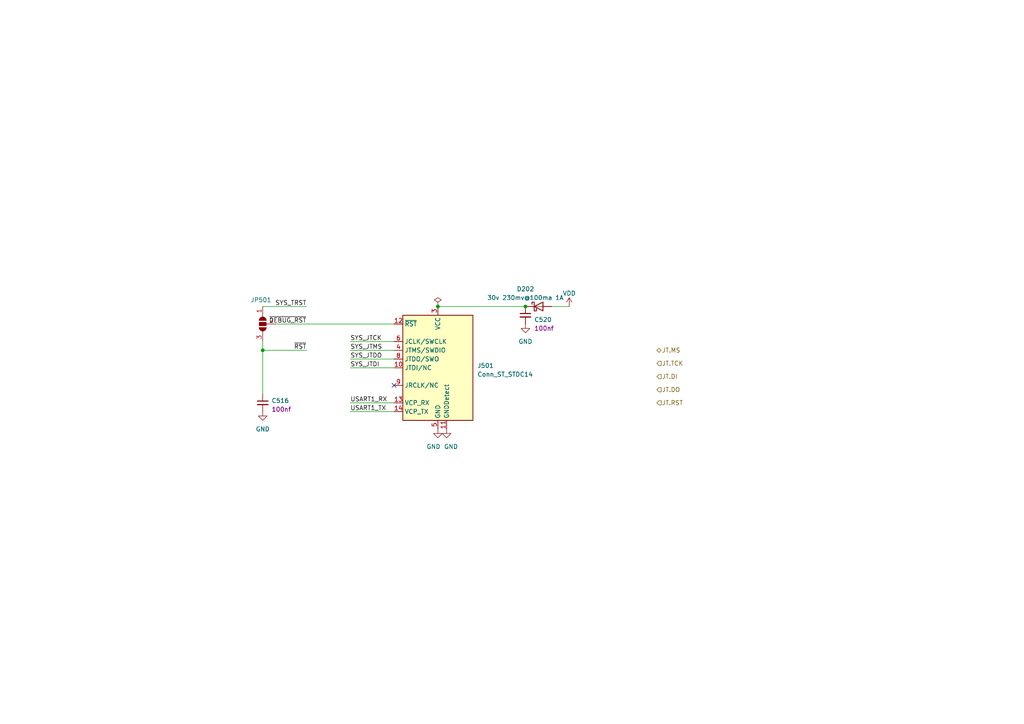
<source format=kicad_sch>
(kicad_sch (version 20230121) (generator eeschema)
  (paper "A4")
  (title_block (comment 2 "Designed by Connor Rigby"))
  (lib_symbols
    (symbol "Connector:Conn_ST_STDC14"
      (property "Reference" "J" (at -8.89 16.51 0))
      (property "Value" "Conn_ST_STDC14" (at 17.78 16.51 0))
      (symbol "Conn_ST_STDC14_0_1"
        (rectangle (start -10.16 15.24) (end 10.16 -15.24) (stroke (width 0.254)) (fill (type background)))
      )
      (symbol "Conn_ST_STDC14_1_1"
        (pin no_connect line (at -10.16 5.08 0) (length 2.54) hide (name "NC") (number "1"))
        (pin output line (at 12.7 0 180) (length 2.54) (name "JTDI/NC") (number "10"))
        (pin passive line (at -2.54 -17.78 90) (length 2.54) (name "GNDDetect") (number "11"))
        (pin open_collector line (at 12.7 12.7 180) (length 2.54) (name "~{RST}") (number "12"))
        (pin output line (at 12.7 -10.16 180) (length 2.54) (name "VCP_RX") (number "13"))
        (pin input line (at 12.7 -12.7 180) (length 2.54) (name "VCP_TX") (number "14"))
        (pin no_connect line (at -10.16 2.54 0) (length 2.54) hide (name "NC") (number "2"))
        (pin power_in line (at 0 17.78 270) (length 2.54) (name "VCC") (number "3"))
        (pin bidirectional line (at 12.7 5.08 180) (length 2.54) (name "JTMS/SWDIO") (number "4"))
        (pin power_in line (at 0 -17.78 90) (length 2.54) (name "GND") (number "5"))
        (pin output line (at 12.7 7.62 180) (length 2.54) (name "JCLK/SWCLK") (number "6"))
        (pin passive line (at 0 -17.78 90) (length 2.54) hide (name "GND") (number "7"))
        (pin input line (at 12.7 2.54 180) (length 2.54) (name "JTDO/SWO") (number "8"))
        (pin input line (at 12.7 -5.08 180) (length 2.54) (name "JRCLK/NC") (number "9"))
      )
    )
    (symbol "Device:D_Schottky" (pin_numbers hide) (pin_names (offset 1.016) hide)
      (property "Reference" "D" (at 0 2.54 0))
      (property "Value" "D_Schottky" (at 0 -2.54 0))
      (symbol "D_Schottky_0_1"
        (polyline (pts (xy 1.27 0) (xy -1.27 0)))
        (polyline (pts (xy 1.27 1.27) (xy 1.27 -1.27) (xy -1.27 0) (xy 1.27 1.27)) (stroke (width 0.254)))
        (polyline (pts (xy -1.905 0.635) (xy -1.905 1.27) (xy -1.27 1.27) (xy -1.27 -1.27) (xy -0.635 -1.27) (xy -0.635 -0.635)) (stroke (width 0.254)))
      )
      (symbol "D_Schottky_1_1"
        (pin passive line (at -3.81 0 0) (length 2.54) (name "K") (number "1"))
        (pin passive line (at 3.81 0 180) (length 2.54) (name "A") (number "2"))
      )
    )
    (symbol "Jumper:SolderJumper_3_Open" (pin_names (offset 0) hide)
      (property "Reference" "JP" (at -2.54 -2.54 0))
      (property "Value" "SolderJumper_3_Open" (at 0 2.794 0))
      (symbol "SolderJumper_3_Open_0_1"
        (arc (start -1.016 1.016) (mid -2.0276 0) (end -1.016 -1.016))
        (arc (start -1.016 1.016) (mid -2.0276 0) (end -1.016 -1.016) (fill (type outline)))
        (rectangle (start -0.508 1.016) (end 0.508 -1.016) (fill (type outline)))
        (polyline (pts (xy -2.54 0) (xy -2.032 0)))
        (polyline (pts (xy -1.016 1.016) (xy -1.016 -1.016)))
        (polyline (pts (xy 0 -1.27) (xy 0 -1.016)))
        (polyline (pts (xy 1.016 1.016) (xy 1.016 -1.016)))
        (polyline (pts (xy 2.54 0) (xy 2.032 0)))
        (arc (start 1.016 -1.016) (mid 2.0276 0) (end 1.016 1.016))
        (arc (start 1.016 -1.016) (mid 2.0276 0) (end 1.016 1.016) (fill (type outline)))
      )
      (symbol "SolderJumper_3_Open_1_1"
        (pin passive line (at -5.08 0 0) (length 2.54) (name "A") (number "1"))
        (pin passive line (at 0 -3.81 90) (length 2.54) (name "C") (number "2"))
        (pin passive line (at 5.08 0 180) (length 2.54) (name "B") (number "3"))
      )
    )
    (symbol "LCSC_Capacitor:C_0402_100nf_X7R" (pin_numbers hide) (pin_names (offset 0.254) hide) (in_bom no)
      (property "Reference" "C" (at 0.254 1.778 0))
      (property "Capacitance" "100nf" (at 0 0 0))
      (symbol "C_0402_100nf_X7R_0_1"
        (polyline (pts (xy -1.524 -0.508) (xy 1.524 -0.508)) (stroke (width 0.3302)))
        (polyline (pts (xy -1.524 0.508) (xy 1.524 0.508)) (stroke (width 0.3048)))
      )
      (symbol "C_0402_100nf_X7R_1_1"
        (pin passive line (at 0 2.54 270) (length 2.032) (name "~") (number "1"))
        (pin passive line (at 0 -2.54 90) (length 2.032) (name "~") (number "2"))
      )
    )
    (symbol "power:GND" (power) (pin_names (offset 0))
      (property "Value" "GND" (at 0 -3.81 0))
      (symbol "GND_0_1"
        (polyline (pts (xy 0 0) (xy 0 -1.27) (xy 1.27 -1.27) (xy 0 -2.54) (xy -1.27 -1.27) (xy 0 -1.27)))
      )
      (symbol "GND_1_1"
        (pin power_in line (at 0 0 270) (length 0) hide (name "GND") (number "1"))
      )
    )
    (symbol "power:PWR_FLAG" (power) (pin_numbers hide) (pin_names (offset 0) hide)
      (property "Value" "PWR_FLAG" (at 0 3.81 0))
      (symbol "PWR_FLAG_0_0"
        (pin power_out line (at 0 0 90) (length 0) (name "pwr") (number "1"))
      )
      (symbol "PWR_FLAG_0_1"
        (polyline (pts (xy 0 0) (xy 0 1.27) (xy -1.016 1.905) (xy 0 2.54) (xy 1.016 1.905) (xy 0 1.27)))
      )
    )
    (symbol "power:VDD" (power) (pin_names (offset 0))
      (property "Value" "VDD" (at 0 3.81 0))
      (symbol "VDD_0_1"
        (polyline (pts (xy -0.762 1.27) (xy 0 2.54)))
        (polyline (pts (xy 0 0) (xy 0 2.54)))
        (polyline (pts (xy 0 2.54) (xy 0.762 1.27)))
      )
      (symbol "VDD_1_1"
        (pin power_in line (at 0 0 90) (length 0) hide (name "VDD") (number "1"))
      )
    )
  )
  (junction (at 152.4 88.9))
  (junction (at 76.2 101.6))
  (junction (at 127 88.9))
  (no_connect (at 114.3 111.76))
  (wire (pts (xy 101.6 99.06) (xy 114.3 99.06)))
  (wire (pts (xy 127 88.9) (xy 152.4 88.9)))
  (wire (pts (xy 76.2 88.9) (xy 88.9 88.9)))
  (wire (pts (xy 114.3 119.38) (xy 101.6 119.38)))
  (wire (pts (xy 114.3 116.84) (xy 101.6 116.84)))
  (wire (pts (xy 76.2 101.6) (xy 76.2 99.06)))
  (wire (pts (xy 101.6 101.6) (xy 114.3 101.6)))
  (wire (pts (xy 101.6 104.14) (xy 114.3 104.14)))
  (wire (pts (xy 88.9 101.6) (xy 76.2 101.6)))
  (wire (pts (xy 160.02 88.9) (xy 165.1 88.9)))
  (wire (pts (xy 101.6 106.68) (xy 114.3 106.68)))
  (wire (pts (xy 80.01 93.98) (xy 114.3 93.98)))
  (wire (pts (xy 76.2 101.6) (xy 76.2 114.3)))
  (label "SYS_JTDI" (at 101.6 106.68 0))
  (label "SYS_JTMS" (at 101.6 101.6 0))
  (label "~{RST}" (at 88.9 101.6 180))
  (label "SYS_TRST" (at 88.9 88.9 180))
  (label "SYS_JTDO" (at 101.6 104.14 0))
  (label "USART1_TX" (at 101.6 119.38 0))
  (label "USART1_RX" (at 101.6 116.84 0))
  (label "~{DEBUG_RST}" (at 88.9 93.98 180))
  (label "SYS_JTCK" (at 101.6 99.06 0))
  (hierarchical_label "JT.MS" (shape bidirectional) (at 190.5 101.6 0) (property "Netclass" "JTAG" (effects hide)))
  (hierarchical_label "JT.DI" (shape input) (at 190.5 109.22 0) (property "Netclass" "JTAG" (effects hide)))
  (hierarchical_label "JT.DO" (shape input) (at 190.5 113.03 0) (property "Netclass" "JTAG" (effects hide)))
  (hierarchical_label "JT.TCK" (shape input) (at 190.5 105.41 0) (property "Netclass" "JTAG" (effects hide)))
  (hierarchical_label "JT.RST" (shape input) (at 190.5 116.84 0) (property "Netclass" "JTAG" (effects hide)))
  (symbol (lib_id "power:VDD") (at 165.1 88.9 0) (unit 1)
    (property "Reference" "#PWR0532" (effects hide))
    (property "Value" "VDD" (at 165.1 85.09 0))
    (instances (project "underglow2" (path "" (reference "#PWR0532") (unit 1)) (path "" (reference "#PWR0801") (unit 1))))
  )
  (symbol (lib_id "LCSC_Capacitor:C_0402_100nf_X7R") (at 152.4 91.44 0) (unit 1)
    (property "Reference" "C520" (at 154.94 92.71 0) (effects (justify left)))
    (property "Value" "C_0402_100nf_X7R" (effects hide))
    (property "Footprint" "Capacitor_SMD:C_0402_1005Metric" (effects hide))
    (property "Datasheet" "https://datasheet.lcsc.com/lcsc/1811141731_FH--Guangdong-Fenghua-Advanced-Tech-0402B104K500NT_C110251.pdf" (effects hide))
    (property "MPN" "0402B104K500NT" (effects hide))
    (property "LCSC" "C110251" (effects hide))
    (property "Capacitance" "100nf" (at 154.94 95.25 0) (effects (justify left)))
    (property "Voltage" "50V" (effects hide))
    (property "Temperature" "X7R" (effects hide))
    (instances (project "underglow2" (path "" (reference "C520") (unit 1)) (path "" (reference "C801") (unit 1))))
  )
  (symbol (lib_id "power:GND") (at 76.2 119.38 0) (unit 1)
    (property "Reference" "#PWR0522" (effects hide))
    (property "Value" "GND" (at 76.2 124.46 0))
    (instances (project "underglow2" (path "" (reference "#PWR0522") (unit 1)) (path "" (reference "#PWR0803") (unit 1))))
  )
  (symbol (lib_id "LCSC_Capacitor:C_0402_100nf_X7R") (at 76.2 116.84 0) (unit 1)
    (property "Reference" "C516" (at 78.74 116.2113 0) (effects (justify left)))
    (property "Value" "C_0402_100nf_X7R" (effects hide))
    (property "Footprint" "Capacitor_SMD:C_0402_1005Metric" (effects hide))
    (property "Datasheet" "https://datasheet.lcsc.com/lcsc/1811141731_FH--Guangdong-Fenghua-Advanced-Tech-0402B104K500NT_C110251.pdf" (effects hide))
    (property "MPN" "0402B104K500NT" (effects hide))
    (property "LCSC" "C110251" (effects hide))
    (property "Capacitance" "100nf" (at 78.74 118.7513 0) (effects (justify left)))
    (property "Voltage" "50V" (effects hide))
    (property "Temperature" "X7R" (effects hide))
    (instances (project "underglow2" (path "" (reference "C516") (unit 1)) (path "" (reference "C802") (unit 1))))
  )
  (symbol (lib_id "Jumper:SolderJumper_3_Open") (at 76.2 93.98 90) (mirror x) (unit 1) (in_bom no)
    (property "Reference" "JP501" (at 78.74 86.995 90) (effects (justify left)))
    (property "Value" "SolderJumper_3_Open" (effects hide))
    (property "Footprint" "Jumper:SolderJumper-3_P1.3mm_Open_RoundedPad1.0x1.5mm_NumberLabels" (effects hide))
    (instances (project "underglow2" (path "" (reference "JP501") (unit 1)) (path "" (reference "JP801") (unit 1))))
  )
  (symbol (lib_id "power:GND") (at 129.54 124.46 0) (unit 1)
    (property "Reference" "#PWR0524" (effects hide))
    (property "Value" "GND" (at 130.81 129.54 0))
    (instances (project "underglow2" (path "" (reference "#PWR0524") (unit 1)) (path "" (reference "#PWR0805") (unit 1))))
  )
  (symbol (lib_id "power:GND") (at 152.4 93.98 0) (unit 1)
    (property "Reference" "#PWR0525" (effects hide))
    (property "Value" "GND" (at 152.4 99.06 0))
    (instances (project "underglow2" (path "" (reference "#PWR0525") (unit 1)) (path "" (reference "#PWR0802") (unit 1))))
  )
  (symbol (lib_id "Connector:Conn_ST_STDC14") (at 127 106.68 0) (mirror y) (unit 1) (in_bom no)
    (property "Reference" "J501" (at 138.43 106.045 0) (effects (justify right)))
    (property "Value" "Conn_ST_STDC14" (at 138.43 108.585 0) (effects (justify right)))
    (property "Footprint" "LCSC_Connector:TC2070-IDC-FP" (effects hide))
    (property "Datasheet" "https://www.st.com/content/ccc/resource/technical/document/user_manual/group1/99/49/91/b6/b2/3a/46/e5/DM00526767/files/DM00526767.pdf/jcr:content/translations/en.DM00526767.pdf" (effects hide))
    (instances (project "underglow2" (path "" (reference "J501") (unit 1)) (path "" (reference "J801") (unit 1))))
  )
  (symbol (lib_id "power:GND") (at 127 124.46 0) (unit 1)
    (property "Reference" "#PWR0523" (effects hide))
    (property "Value" "GND" (at 125.73 129.54 0))
    (instances (project "underglow2" (path "" (reference "#PWR0523") (unit 1)) (path "" (reference "#PWR0804") (unit 1))))
  )
  (symbol (lib_id "power:PWR_FLAG") (at 127 88.9 0) (unit 1)
    (property "Reference" "#FLG0501" (effects hide))
    (property "Value" "PWR_FLAG" (effects hide))
    (instances (project "underglow2" (path "" (reference "#FLG0501") (unit 1)) (path "" (reference "#FLG0801") (unit 1))))
  )
  (symbol (lib_id "Device:D_Schottky") (at 156.21 88.9 0) (unit 1)
    (property "Reference" "D202" (at 152.4 83.82 0))
    (property "Value" "30v 230mv@100ma 1A" (at 152.4 86.36 0))
    (property "Footprint" "Diode_SMD:D_SOD-323F" (effects hide))
    (property "Datasheet" "https://datasheet.lcsc.com/lcsc/1810181811_TOSHIBA-CUS10S30-H3F_C146335.pdf" (effects hide))
    (property "LCSC" "C146335" (effects hide))
    (property "MPN" "CUS10S30,H3F" (effects hide))
    (instances (project "underglow2" (path "" (reference "D202") (unit 1)) (path "" (reference "D505") (unit 1)) (path "" (reference "D801") (unit 1))))
  )
)
</source>
